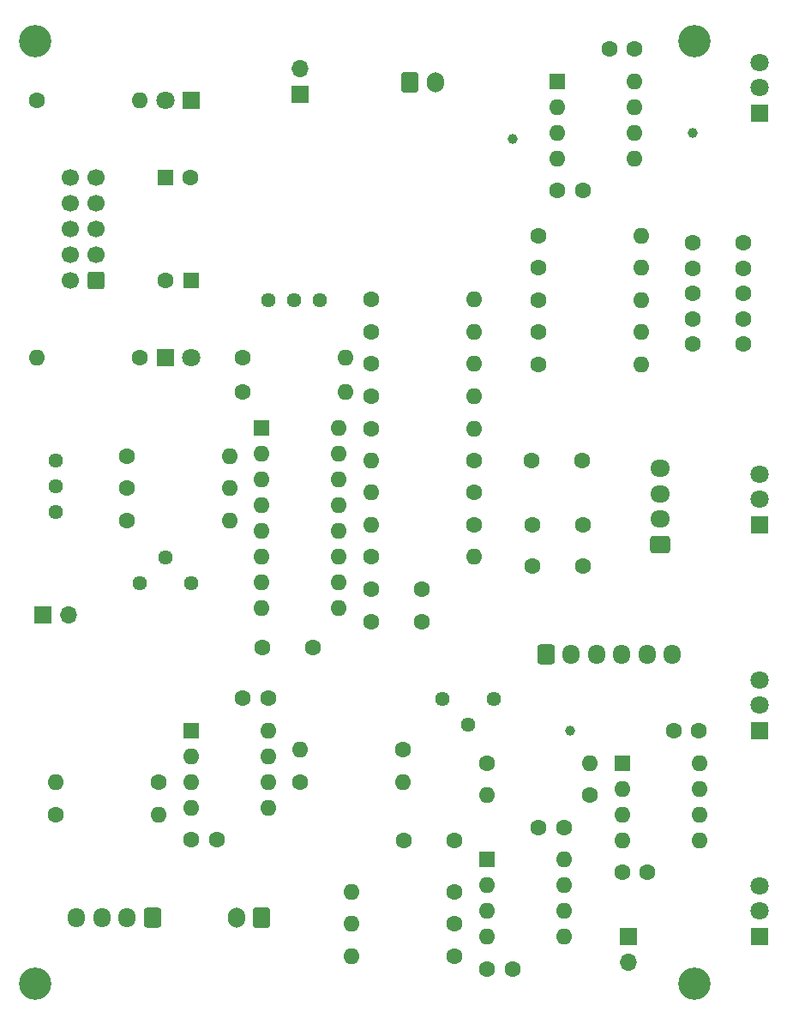
<source format=gts>
G04 #@! TF.GenerationSoftware,KiCad,Pcbnew,(6.0.11)*
G04 #@! TF.CreationDate,2023-07-27T19:06:46+09:00*
G04 #@! TF.ProjectId,3340VCO,33333430-5643-44f2-9e6b-696361645f70,1.0*
G04 #@! TF.SameCoordinates,Original*
G04 #@! TF.FileFunction,Soldermask,Top*
G04 #@! TF.FilePolarity,Negative*
%FSLAX46Y46*%
G04 Gerber Fmt 4.6, Leading zero omitted, Abs format (unit mm)*
G04 Created by KiCad (PCBNEW (6.0.11)) date 2023-07-27 19:06:46*
%MOMM*%
%LPD*%
G01*
G04 APERTURE LIST*
G04 Aperture macros list*
%AMRoundRect*
0 Rectangle with rounded corners*
0 $1 Rounding radius*
0 $2 $3 $4 $5 $6 $7 $8 $9 X,Y pos of 4 corners*
0 Add a 4 corners polygon primitive as box body*
4,1,4,$2,$3,$4,$5,$6,$7,$8,$9,$2,$3,0*
0 Add four circle primitives for the rounded corners*
1,1,$1+$1,$2,$3*
1,1,$1+$1,$4,$5*
1,1,$1+$1,$6,$7*
1,1,$1+$1,$8,$9*
0 Add four rect primitives between the rounded corners*
20,1,$1+$1,$2,$3,$4,$5,0*
20,1,$1+$1,$4,$5,$6,$7,0*
20,1,$1+$1,$6,$7,$8,$9,0*
20,1,$1+$1,$8,$9,$2,$3,0*%
G04 Aperture macros list end*
%ADD10C,1.000000*%
%ADD11C,1.600000*%
%ADD12O,1.600000X1.600000*%
%ADD13C,3.200000*%
%ADD14R,1.600000X1.600000*%
%ADD15R,1.700000X1.700000*%
%ADD16O,1.700000X1.700000*%
%ADD17R,1.800000X1.800000*%
%ADD18C,1.800000*%
%ADD19C,1.440000*%
%ADD20RoundRect,0.250000X-0.600000X-0.750000X0.600000X-0.750000X0.600000X0.750000X-0.600000X0.750000X0*%
%ADD21O,1.700000X2.000000*%
%ADD22RoundRect,0.250000X-0.600000X-0.725000X0.600000X-0.725000X0.600000X0.725000X-0.600000X0.725000X0*%
%ADD23O,1.700000X1.950000*%
%ADD24RoundRect,0.250000X0.725000X-0.600000X0.725000X0.600000X-0.725000X0.600000X-0.725000X-0.600000X0*%
%ADD25O,1.950000X1.700000*%
%ADD26RoundRect,0.250000X0.600000X0.750000X-0.600000X0.750000X-0.600000X-0.750000X0.600000X-0.750000X0*%
%ADD27RoundRect,0.250000X0.600000X0.725000X-0.600000X0.725000X-0.600000X-0.725000X0.600000X-0.725000X0*%
%ADD28RoundRect,0.250000X0.600000X0.600000X-0.600000X0.600000X-0.600000X-0.600000X0.600000X-0.600000X0*%
%ADD29C,1.700000*%
G04 APERTURE END LIST*
D10*
X151765000Y-62865000D03*
X169545000Y-62230000D03*
D11*
X153702523Y-105033323D03*
X158702523Y-105033323D03*
X154305000Y-72390000D03*
D12*
X164465000Y-72390000D03*
D11*
X169582500Y-83105000D03*
X169582500Y-80605000D03*
X169582500Y-78105000D03*
X169582500Y-75605000D03*
X169582500Y-73105000D03*
X174582500Y-83105000D03*
X174582500Y-80605000D03*
X174582500Y-78105000D03*
X174582500Y-75605000D03*
X174582500Y-73105000D03*
X146050000Y-143510000D03*
D12*
X135890000Y-143510000D03*
D13*
X169705000Y-146225000D03*
D14*
X156220000Y-57160000D03*
D12*
X156220000Y-59700000D03*
X156220000Y-62240000D03*
X156220000Y-64780000D03*
X163840000Y-64780000D03*
X163840000Y-62240000D03*
X163840000Y-59700000D03*
X163840000Y-57160000D03*
D15*
X130810000Y-58420000D03*
D16*
X130810000Y-55880000D03*
D11*
X141010000Y-132080000D03*
X146010000Y-132080000D03*
X154305000Y-75565000D03*
D12*
X164465000Y-75565000D03*
D17*
X176130000Y-121245000D03*
D18*
X176130000Y-118745000D03*
X176130000Y-116245000D03*
D17*
X120015000Y-59055000D03*
D18*
X117475000Y-59055000D03*
D11*
X127040000Y-113030000D03*
X132040000Y-113030000D03*
X137805000Y-85080000D03*
D12*
X147965000Y-85080000D03*
D11*
X125095000Y-84455000D03*
D12*
X135255000Y-84455000D03*
D11*
X137795000Y-104130000D03*
D12*
X147955000Y-104130000D03*
D11*
X154305000Y-78740000D03*
D12*
X164465000Y-78740000D03*
D14*
X149235000Y-134005000D03*
D12*
X149235000Y-136545000D03*
X149235000Y-139085000D03*
X149235000Y-141625000D03*
X156855000Y-141625000D03*
X156855000Y-139085000D03*
X156855000Y-136545000D03*
X156855000Y-134005000D03*
D14*
X117475000Y-66675000D03*
D11*
X119975000Y-66675000D03*
D19*
X132725000Y-78740000D03*
X130185000Y-78740000D03*
X127645000Y-78740000D03*
D13*
X169705000Y-53165000D03*
D20*
X141625000Y-57260000D03*
D21*
X144125000Y-57260000D03*
D11*
X159405000Y-127645000D03*
D12*
X149245000Y-127645000D03*
D13*
X104600000Y-146225000D03*
D17*
X176130000Y-100925000D03*
D18*
X176130000Y-98425000D03*
X176130000Y-95925000D03*
D11*
X154305000Y-85090000D03*
D12*
X164465000Y-85090000D03*
D11*
X165100000Y-135255000D03*
X162600000Y-135255000D03*
X146050000Y-137160000D03*
D12*
X135890000Y-137160000D03*
D22*
X155040000Y-113775000D03*
D23*
X157540000Y-113775000D03*
X160040000Y-113775000D03*
X162540000Y-113775000D03*
X165040000Y-113775000D03*
X167540000Y-113775000D03*
D11*
X153670000Y-94615000D03*
X158670000Y-94615000D03*
X104775000Y-59055000D03*
D12*
X114935000Y-59055000D03*
D11*
X137805000Y-81905000D03*
D12*
X147965000Y-81905000D03*
D11*
X137795000Y-91440000D03*
D12*
X147955000Y-91440000D03*
D11*
X142835000Y-110490000D03*
X137835000Y-110490000D03*
X137805000Y-88255000D03*
D12*
X147965000Y-88255000D03*
D11*
X113665000Y-94180000D03*
D12*
X123825000Y-94180000D03*
D11*
X158710000Y-67935000D03*
X156210000Y-67935000D03*
D15*
X105410000Y-109855000D03*
D16*
X107950000Y-109855000D03*
D11*
X140980000Y-123180000D03*
D12*
X130820000Y-123180000D03*
D17*
X176130000Y-60285000D03*
D18*
X176130000Y-57785000D03*
X176130000Y-55285000D03*
D11*
X149245000Y-124470000D03*
D12*
X159405000Y-124470000D03*
D17*
X117475000Y-84455000D03*
D18*
X120015000Y-84455000D03*
D11*
X127625000Y-118100000D03*
X125125000Y-118100000D03*
X142835000Y-107315000D03*
X137835000Y-107315000D03*
D15*
X163195000Y-141605000D03*
D16*
X163195000Y-144145000D03*
D19*
X106680000Y-94615000D03*
X106680000Y-97155000D03*
X106680000Y-99695000D03*
D17*
X176130000Y-141565000D03*
D18*
X176130000Y-139065000D03*
X176130000Y-136565000D03*
D24*
X166370000Y-102870000D03*
D25*
X166370000Y-100370000D03*
X166370000Y-97870000D03*
X166370000Y-95370000D03*
D11*
X125095000Y-87830000D03*
D12*
X135255000Y-87830000D03*
D11*
X154305000Y-81915000D03*
D12*
X164465000Y-81915000D03*
D26*
X126980000Y-139700000D03*
D21*
X124480000Y-139700000D03*
D11*
X163830000Y-53965000D03*
X161330000Y-53965000D03*
X114935000Y-84455000D03*
D12*
X104775000Y-84455000D03*
D19*
X149900000Y-118110000D03*
X147360000Y-120650000D03*
X144820000Y-118110000D03*
D11*
X122555000Y-132070000D03*
X120055000Y-132070000D03*
D14*
X127000000Y-91430000D03*
D12*
X127000000Y-93970000D03*
X127000000Y-96510000D03*
X127000000Y-99050000D03*
X127000000Y-101590000D03*
X127000000Y-104130000D03*
X127000000Y-106670000D03*
X127000000Y-109210000D03*
X134620000Y-109210000D03*
X134620000Y-106670000D03*
X134620000Y-104130000D03*
X134620000Y-101590000D03*
X134620000Y-99050000D03*
X134620000Y-96510000D03*
X134620000Y-93970000D03*
X134620000Y-91430000D03*
D19*
X114935000Y-106680000D03*
X117475000Y-104140000D03*
X120015000Y-106680000D03*
D11*
X147955000Y-100955000D03*
D12*
X137795000Y-100955000D03*
D11*
X146050000Y-140335000D03*
D12*
X135890000Y-140335000D03*
D11*
X130820000Y-126355000D03*
D12*
X140980000Y-126355000D03*
D13*
X104600000Y-53165000D03*
D14*
X120025000Y-121295000D03*
D12*
X120025000Y-123835000D03*
X120025000Y-126375000D03*
X120025000Y-128915000D03*
X127645000Y-128915000D03*
X127645000Y-126375000D03*
X127645000Y-123835000D03*
X127645000Y-121295000D03*
D11*
X147955000Y-97780000D03*
D12*
X137795000Y-97780000D03*
D11*
X147955000Y-94615000D03*
D12*
X137795000Y-94615000D03*
D11*
X116850000Y-126365000D03*
D12*
X106690000Y-126365000D03*
D27*
X116205000Y-139700000D03*
D23*
X113705000Y-139700000D03*
X111205000Y-139700000D03*
X108705000Y-139700000D03*
D28*
X110607500Y-76835000D03*
D29*
X108067500Y-76835000D03*
X110607500Y-74295000D03*
X108067500Y-74295000D03*
X110607500Y-71755000D03*
X108067500Y-71755000D03*
X110607500Y-69215000D03*
X108067500Y-69215000D03*
X110607500Y-66675000D03*
X108067500Y-66675000D03*
D11*
X113665000Y-100530000D03*
D12*
X123825000Y-100530000D03*
D14*
X120015000Y-76835000D03*
D11*
X117515000Y-76835000D03*
X137805000Y-78730000D03*
D12*
X147965000Y-78730000D03*
D10*
X157480000Y-121285000D03*
D11*
X158710000Y-100965000D03*
X153710000Y-100965000D03*
X151765000Y-144780000D03*
X149265000Y-144780000D03*
X170180000Y-121285000D03*
X167680000Y-121285000D03*
X156825000Y-130810000D03*
X154325000Y-130810000D03*
X106690000Y-129540000D03*
D12*
X116850000Y-129540000D03*
D14*
X162590000Y-124480000D03*
D12*
X162590000Y-127020000D03*
X162590000Y-129560000D03*
X162590000Y-132100000D03*
X170210000Y-132100000D03*
X170210000Y-129560000D03*
X170210000Y-127020000D03*
X170210000Y-124480000D03*
D11*
X113665000Y-97345000D03*
D12*
X123825000Y-97345000D03*
M02*

</source>
